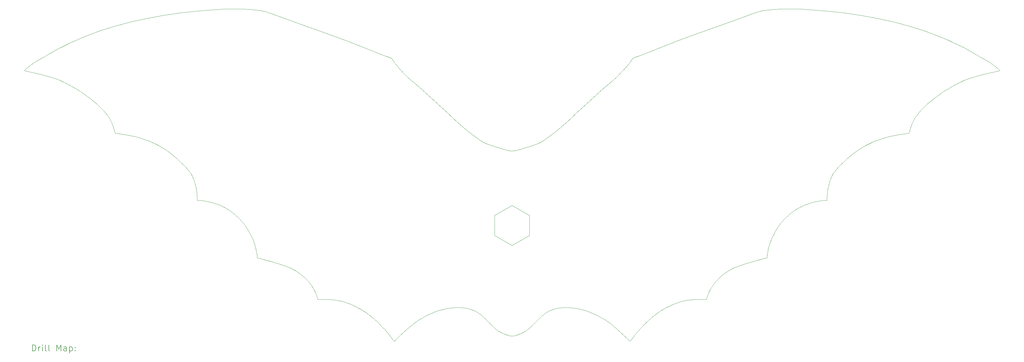
<source format=gbr>
%FSLAX45Y45*%
G04 Gerber Fmt 4.5, Leading zero omitted, Abs format (unit mm)*
G04 Created by KiCad (PCBNEW 6.0.2+dfsg-1) date 2022-06-30 23:45:21*
%MOMM*%
%LPD*%
G01*
G04 APERTURE LIST*
%TA.AperFunction,Profile*%
%ADD10C,0.120385*%
%TD*%
%TA.AperFunction,Profile*%
%ADD11C,0.100000*%
%TD*%
%ADD12C,0.200000*%
G04 APERTURE END LIST*
D10*
X29679431Y-5008906D02*
X29778374Y-4939924D01*
X14004947Y-11852224D02*
X14095672Y-11841522D01*
X12204400Y-12902691D02*
X12217000Y-12919000D01*
X969734Y-3784722D02*
X895475Y-3826865D01*
X26098940Y-8391726D02*
X26099940Y-8369726D01*
X16546814Y-6661161D02*
X16671163Y-6620561D01*
X15658647Y-12643270D02*
X15690642Y-12658544D01*
X26294595Y-7538413D02*
X26294595Y-7538413D01*
X15330777Y-6620835D02*
X15455127Y-6661435D01*
X19829943Y-3876143D02*
X19806112Y-3910944D01*
X13538170Y-11973206D02*
X13632489Y-11940088D01*
X5898985Y-8308683D02*
X5901000Y-8344000D01*
X12974808Y-4709355D02*
X12905560Y-4652402D01*
X11992960Y-3765695D02*
X11978138Y-3760731D01*
X2121751Y-4872889D02*
X2223566Y-4940199D01*
X7511784Y-9311102D02*
X7549032Y-9375528D01*
X4963835Y-6817015D02*
X5060117Y-6889165D01*
X26415341Y-7386717D02*
X26477332Y-7318619D01*
X15044230Y-12110649D02*
X15076542Y-12140417D01*
X21061541Y-11782906D02*
X21125017Y-11753563D01*
X17169085Y-11958297D02*
X17195336Y-11945633D01*
X7908813Y-2281042D02*
X7866302Y-2275670D01*
X12513179Y-4288973D02*
X12438287Y-4208628D01*
X5903000Y-8392000D02*
X5935000Y-8391000D01*
X28798498Y-6014614D02*
X28809100Y-5983931D01*
X26009061Y-2292975D02*
X25368374Y-2243334D01*
X12048070Y-3785799D02*
X12035040Y-3780789D01*
X25250879Y-2237184D02*
X25127027Y-2233249D01*
X22611246Y-2784527D02*
X21879870Y-3048168D01*
X28841969Y-5899394D02*
X28853515Y-5873233D01*
X8142608Y-2335481D02*
X8100581Y-2322463D01*
X27187619Y-2439022D02*
X26614579Y-2358024D01*
X28809100Y-5983931D02*
X28819832Y-5954598D01*
X7756298Y-9848121D02*
X7771697Y-9908691D01*
X19915998Y-12749946D02*
X19915998Y-12749946D01*
X9390695Y-2784801D02*
X8868420Y-2596979D01*
X6899948Y-8690128D02*
X6951266Y-8724242D01*
X17614793Y-5995278D02*
X17488668Y-6102845D01*
X20103947Y-12525958D02*
X20149741Y-12476977D01*
X28787954Y-6046790D02*
X28798498Y-6014614D01*
X23049928Y-10595939D02*
X23086060Y-10577888D01*
X11905240Y-3735084D02*
X11808466Y-3698733D01*
X1423174Y-3525912D02*
X1318852Y-3585111D01*
X10268398Y-11587331D02*
X10332159Y-11594798D01*
X14942173Y-6432099D02*
X14863186Y-6375791D01*
X3269553Y-6228342D02*
X3269553Y-6228342D01*
X12658756Y-4436753D02*
X12588041Y-4366512D01*
X5818394Y-7813771D02*
X5831417Y-7859921D01*
X11335650Y-12012373D02*
X11380110Y-12044886D01*
X28966699Y-5679317D02*
X28984510Y-5654816D01*
X29778374Y-4939924D02*
X29880189Y-4872615D01*
X7476230Y-9254867D02*
X7476230Y-9254867D01*
X12125613Y-3821644D02*
X12138457Y-3831383D01*
X17478856Y-11856432D02*
X17560053Y-11844162D01*
X20823744Y-3445329D02*
X20408192Y-3612995D01*
X17222820Y-11933398D02*
X17251918Y-11921298D01*
X1311313Y-4461765D02*
X1408041Y-4496528D01*
X17251918Y-11921298D02*
X17251918Y-11921298D01*
X11750827Y-12373332D02*
X11750827Y-12373332D01*
X2342128Y-3102341D02*
X2342128Y-3102341D01*
X3755189Y-6307868D02*
X3884247Y-6336098D01*
X3269553Y-6228342D02*
X3269553Y-6228342D01*
X19271695Y-12447684D02*
X19271695Y-12447684D01*
X28933944Y-5727271D02*
X28918858Y-5751016D01*
X29659812Y-3102067D02*
X29659812Y-3102067D01*
X25127027Y-2233249D02*
X24998719Y-2231507D01*
X5891758Y-8190404D02*
X5895040Y-8235202D01*
X28521941Y-6259488D02*
X28732387Y-6228068D01*
X8019686Y-10286193D02*
X8087550Y-10304599D01*
X24179325Y-10206868D02*
X24181970Y-10172416D01*
X24736333Y-2234513D02*
X24606056Y-2239219D01*
X9733791Y-11471127D02*
X9733791Y-11471127D01*
X14513273Y-6103119D02*
X14387147Y-5995552D01*
X24356835Y-2254927D02*
X24233769Y-2265478D01*
X12175512Y-12867129D02*
X12134593Y-12814495D01*
X5831417Y-7859921D02*
X5843494Y-7906916D01*
X26212113Y-7724888D02*
X26227500Y-7683008D01*
X31032206Y-3784448D02*
X31032206Y-3784448D01*
X24179325Y-10237868D02*
X24179325Y-10206868D01*
X12900464Y-12312678D02*
X12936850Y-12287037D01*
X21879870Y-3048168D02*
X21299169Y-3262744D01*
X584502Y-4271573D02*
X775136Y-4315660D01*
X2182338Y-3167746D02*
X2034026Y-3230588D01*
X15489864Y-12535943D02*
X15460860Y-12511898D01*
X20251114Y-12373057D02*
X20251114Y-12373057D01*
X3083082Y-5751290D02*
X3097401Y-5775073D01*
X16000000Y-6800000D02*
X16000000Y-6800000D01*
X26183546Y-7813497D02*
X26197435Y-7768481D01*
X19735968Y-12874246D02*
X19751287Y-12888068D01*
X27435899Y-6575698D02*
X27540655Y-6526373D01*
X19488761Y-4288699D02*
X19413899Y-4366238D01*
X12021472Y-3775751D02*
X12007425Y-3770710D01*
X17729350Y-11833516D02*
X17816975Y-11835096D01*
X20056479Y-3749273D02*
X20023803Y-3760456D01*
X11153159Y-11894693D02*
X11199887Y-11922562D01*
X15769544Y-6758227D02*
X15699031Y-6737154D01*
X5901000Y-8344000D02*
X5902000Y-8370000D01*
X16813577Y-6568136D02*
X16770847Y-6584991D01*
X10515520Y-11628483D02*
X10575123Y-11643739D01*
X16889091Y-6534374D02*
X16852707Y-6551391D01*
X19271695Y-12447684D02*
X19369433Y-12534825D01*
X367500Y-4204000D02*
X363000Y-4213000D01*
X11978138Y-3760731D02*
X11978138Y-3760731D01*
X24677663Y-9056771D02*
X24719785Y-9010111D01*
X19781179Y-3948785D02*
X19781179Y-3948785D01*
X11178197Y-3445604D02*
X10702771Y-3263018D01*
X11005700Y-11815151D02*
X11005700Y-11815151D01*
X12522379Y-12635213D02*
X12632507Y-12535099D01*
X9236414Y-10781980D02*
X9287951Y-10823877D01*
X19908359Y-3804744D02*
X19890416Y-3813488D01*
X31417438Y-4271298D02*
X31417438Y-4271298D01*
X22493810Y-11049288D02*
X22532892Y-11001932D01*
X16766534Y-12295876D02*
X16766534Y-12295876D01*
X3203443Y-6014888D02*
X3213986Y-6047065D01*
X25419875Y-8530117D02*
X25509645Y-8498131D01*
X5804505Y-7768755D02*
X5818394Y-7813771D01*
X18885172Y-4830011D02*
X18692722Y-5001202D01*
X23086060Y-10577888D02*
X23123852Y-10560326D01*
X8432643Y-2438573D02*
X8432643Y-2438573D01*
X27540655Y-6526373D02*
X27648391Y-6481040D01*
X23901359Y-2322188D02*
X23859332Y-2335207D01*
X3224541Y-6080881D02*
X3224541Y-6080881D01*
X7645106Y-2255201D02*
X7645106Y-2255201D01*
X11593748Y-3613269D02*
X11178197Y-3445604D01*
X19766571Y-3969925D02*
X19747338Y-3995419D01*
X26110182Y-8190129D02*
X26114954Y-8144149D01*
X1803107Y-4684030D02*
X1911119Y-4744501D01*
X15323738Y-12384212D02*
X15362200Y-12421619D01*
X939279Y-4355564D02*
X1080787Y-4392443D01*
X5586599Y-7386991D02*
X5639817Y-7448579D01*
X12007425Y-3770710D02*
X11992960Y-3765695D01*
X16639741Y-12421345D02*
X16678202Y-12383938D01*
X22334859Y-11303602D02*
X22361835Y-11250342D01*
X6492296Y-8498405D02*
X6582065Y-8530391D01*
X12175512Y-12867129D02*
X12191728Y-12887383D01*
X24342961Y-9593208D02*
X24378116Y-9518891D01*
X16092647Y-6792779D02*
X16060940Y-6797274D01*
X25335787Y-8564149D02*
X25376957Y-8546926D01*
X4866714Y-6749811D02*
X4963835Y-6817015D01*
X22946358Y-10655162D02*
X23014941Y-10614692D01*
X16990325Y-6477867D02*
X16957045Y-6497995D01*
X20945671Y-11840866D02*
X20996240Y-11814877D01*
X18652190Y-12052397D02*
X18652190Y-12052397D01*
X24902059Y-8837110D02*
X24950616Y-8797678D01*
X7395884Y-2239493D02*
X7265607Y-2234787D01*
X26197435Y-7768481D02*
X26212113Y-7724888D01*
X14095672Y-11841522D02*
X14184965Y-11835370D01*
X30798427Y-4427182D02*
X30921154Y-4392168D01*
X21125017Y-11753563D02*
X21187006Y-11726768D01*
X24260803Y-9796796D02*
X24271196Y-9766666D01*
X31610333Y-4172574D02*
X31597417Y-4160255D01*
X19980468Y-3775477D02*
X19966900Y-3780515D01*
X23978384Y-2301667D02*
X23940670Y-2311095D01*
X7476230Y-9254867D02*
X7511784Y-9311102D01*
X12085942Y-12750220D02*
X12085942Y-12750220D01*
X475895Y-4245924D02*
X498438Y-4251512D01*
X21187006Y-11726768D02*
X21247843Y-11702440D01*
X1896008Y-3291426D02*
X1767098Y-3350818D01*
X10634529Y-11661143D02*
X10694075Y-11680775D01*
X1408041Y-4496528D02*
X1497551Y-4532905D01*
X11803210Y-12426359D02*
X11852200Y-12477251D01*
X14750022Y-11921572D02*
X14779120Y-11933672D01*
X31503502Y-4251238D02*
X31478001Y-4257334D01*
X15799204Y-6766755D02*
X15769544Y-6758227D01*
X7718831Y-9734882D02*
X7730744Y-9766940D01*
X26104193Y-8287554D02*
X26106900Y-8234928D01*
X1141810Y-3687174D02*
X969734Y-3784722D01*
X11940789Y-12573522D02*
X11980784Y-12619344D01*
X5992879Y-2293249D02*
X5387361Y-2358299D01*
X6795193Y-8627790D02*
X6847893Y-8657950D01*
X23859332Y-2335207D02*
X23813470Y-2350412D01*
X27333695Y-6629206D02*
X27435899Y-6575698D01*
X25994940Y-8391726D02*
X25951941Y-8395883D01*
X13913030Y-11867454D02*
X14004947Y-11852224D01*
X5524609Y-7318893D02*
X5586599Y-7386991D01*
X1531866Y-3467502D02*
X1423174Y-3525912D01*
X24260803Y-9796796D02*
X24260803Y-9796796D01*
X16390956Y-6709850D02*
X16390956Y-6709850D01*
X15014116Y-12083958D02*
X15044230Y-12110649D01*
X6088330Y-8400465D02*
X6128845Y-8406345D01*
X29491765Y-5150668D02*
X29583760Y-5079255D01*
X8378843Y-10389222D02*
X8524099Y-10433372D01*
X30504389Y-4532631D02*
X30593900Y-4496254D01*
X22422980Y-11147454D02*
X22457178Y-11097790D01*
X24230244Y-9908417D02*
X24245642Y-9847847D01*
X10694075Y-11680775D02*
X10754098Y-11702715D01*
X30690628Y-4461491D02*
X30798427Y-4427182D01*
X15889673Y-6789602D02*
X15907353Y-6792779D01*
X28830765Y-5926467D02*
X28841969Y-5899394D01*
X1318852Y-3585111D02*
X1318852Y-3585111D01*
X24093127Y-2280768D02*
X24053494Y-2286764D01*
X12730246Y-12447958D02*
X12730246Y-12447958D01*
X14750022Y-11921572D02*
X14750022Y-11921572D01*
X18369452Y-11939813D02*
X18463770Y-11972932D01*
X15975389Y-12749825D02*
X15946016Y-12746989D01*
X26114954Y-8144149D02*
X26121140Y-8097275D01*
X12367482Y-4129970D02*
X12304881Y-4057494D01*
X7003222Y-2231781D02*
X6874913Y-2233523D01*
X19915998Y-12749946D02*
X19948778Y-12707197D01*
X1693833Y-4626447D02*
X1803107Y-4684030D01*
X31503502Y-4251238D02*
X31526045Y-4245650D01*
X23477841Y-10433098D02*
X23623097Y-10388948D01*
X5696311Y-7521351D02*
X5707345Y-7538687D01*
X20532881Y-12114417D02*
X20577429Y-12078667D01*
X14601664Y-11873637D02*
X14677389Y-11895252D01*
X363000Y-4213000D02*
X391000Y-4223000D01*
X31312511Y-3948737D02*
X31255816Y-3914126D01*
X31106465Y-3826591D02*
X31032206Y-3784448D01*
X19634459Y-4129696D02*
X19563654Y-4208353D01*
X404523Y-4160530D02*
X391608Y-4172848D01*
X15323738Y-12384212D02*
X15235406Y-12296150D01*
X3083082Y-5751290D02*
X3067996Y-5727545D01*
X16131674Y-6785227D02*
X16152883Y-6780079D01*
X11105354Y-11867603D02*
X11153159Y-11894693D01*
X30470074Y-3467228D02*
X30355828Y-3409050D01*
X15600000Y-12612000D02*
X15628602Y-12627882D01*
X9991165Y-11574138D02*
X9991165Y-11574138D01*
X25830722Y-8413426D02*
X25873095Y-8406071D01*
X9287951Y-10823877D02*
X9336969Y-10866830D01*
X19587915Y-12735049D02*
X19680331Y-12822178D01*
X10134894Y-11577560D02*
X10202755Y-11581612D01*
X15762514Y-12690268D02*
X15762514Y-12690268D01*
X14908023Y-12002083D02*
X14933155Y-12019406D01*
X8266225Y-10355876D02*
X8378843Y-10389222D01*
X29984472Y-4807281D02*
X30090821Y-4744227D01*
X18786008Y-12118870D02*
X18828636Y-12141705D01*
X12237664Y-12899760D02*
X12217000Y-12919000D01*
X14958960Y-12038631D02*
X14985820Y-12060050D01*
X22611246Y-2784527D02*
X22611246Y-2784527D01*
X23569298Y-2438299D02*
X23569298Y-2438299D01*
X19280734Y-4494927D02*
X19280734Y-4494927D01*
X26362123Y-7448305D02*
X26415341Y-7386717D01*
X18076709Y-5574653D02*
X17904880Y-5734603D01*
X7099881Y-8837384D02*
X7147334Y-8878425D01*
X16343293Y-12642996D02*
X16373338Y-12627608D01*
X15610984Y-6710124D02*
X15610984Y-6710124D01*
X7866302Y-2275670D02*
X7768171Y-2265752D01*
X1767098Y-3350818D02*
X1646113Y-3409324D01*
X31638940Y-4212726D02*
X31634440Y-4203726D01*
X12048070Y-3785799D02*
X12060499Y-3790754D01*
X31312511Y-3948737D02*
X31312511Y-3948737D01*
X19239142Y-12419640D02*
X19271695Y-12447684D01*
X14358310Y-11836805D02*
X14441888Y-11844436D01*
X16957711Y-12110375D02*
X16987824Y-12083684D01*
X17400276Y-11873363D02*
X17478856Y-11856432D01*
X18989812Y-12236789D02*
X19027876Y-12261562D01*
X30578766Y-3525637D02*
X30470074Y-3467228D01*
X11199887Y-11922562D02*
X11245743Y-11951364D01*
X7741138Y-9797071D02*
X7741138Y-9797071D01*
X8432643Y-2438573D02*
X8296174Y-2388695D01*
X5387361Y-2358299D02*
X4814321Y-2439296D01*
X12018176Y-12663920D02*
X12053163Y-12707471D01*
X17254582Y-6289544D02*
X17138754Y-6375516D01*
X19915998Y-12749946D02*
X19915998Y-12749946D01*
X11593748Y-3613269D02*
X11593748Y-3613269D01*
X17195336Y-11945633D02*
X17222820Y-11933398D01*
X16028953Y-12749825D02*
X16056009Y-12746989D01*
X19784940Y-12918726D02*
X19764277Y-12899485D01*
X26614579Y-2358024D02*
X26009061Y-2292975D01*
X25873095Y-8406071D02*
X25913610Y-8400191D01*
X23133521Y-2596704D02*
X22611246Y-2784527D01*
X20008980Y-3765421D02*
X19994515Y-3770436D01*
X16456848Y-12576962D02*
X16429608Y-12594970D01*
X16176517Y-6773894D02*
X16152883Y-6780079D01*
X26339787Y-7475599D02*
X26362123Y-7448305D01*
X9610736Y-11198573D02*
X9640106Y-11250617D01*
X20349152Y-12277419D02*
X20396322Y-12233363D01*
X20149741Y-12476977D02*
X20198730Y-12426084D01*
X3136465Y-5848113D02*
X3148425Y-5873507D01*
X28949867Y-5703420D02*
X28966699Y-5679317D01*
X8296174Y-2388695D02*
X8188470Y-2350686D01*
X13523335Y-5196936D02*
X13309218Y-5001476D01*
X19840600Y-3861089D02*
X19829943Y-3876143D01*
X12974808Y-4709355D02*
X12974808Y-4709355D01*
X31255816Y-3914126D02*
X31184068Y-3871613D01*
X24561035Y-9203623D02*
X24598196Y-9153609D01*
X13349750Y-12052671D02*
X13443845Y-12010741D01*
X15829544Y-12716738D02*
X15860449Y-12727136D01*
X31184068Y-3871613D02*
X31106465Y-3826591D01*
X18950876Y-12212430D02*
X18989812Y-12236789D01*
X19918625Y-3800116D02*
X19941442Y-3790480D01*
X9766994Y-11573455D02*
X9991165Y-11574138D01*
X31417438Y-4271298D02*
X31417438Y-4271298D01*
X20023803Y-3760456D02*
X20023803Y-3760456D01*
X16031103Y-6799439D02*
X16060940Y-6797274D01*
D11*
X15444358Y-8874200D02*
X15444358Y-9515800D01*
D10*
X21799185Y-11581338D02*
X21867047Y-11577286D01*
X24525710Y-9254593D02*
X24525710Y-9254593D01*
X24719785Y-9010111D02*
X24763377Y-8964734D01*
X19027132Y-4709080D02*
X19027132Y-4709080D01*
X7265607Y-2234787D02*
X7134086Y-2232209D01*
X28777400Y-6080607D02*
X28777400Y-6080607D01*
X9578960Y-11147729D02*
X9610736Y-11198573D01*
X9733791Y-11471127D02*
X9766994Y-11573455D01*
X5774440Y-7683283D02*
X5758420Y-7643406D01*
X19781179Y-3948785D02*
X19781179Y-3948785D01*
X7623824Y-9519165D02*
X7658980Y-9593483D01*
X15231094Y-6585265D02*
X15188363Y-6568410D01*
X12588041Y-4366512D02*
X12513179Y-4288973D01*
X31563162Y-4130483D02*
X31519957Y-4095654D01*
X18911049Y-12188472D02*
X18950876Y-12212430D01*
X25050674Y-8723968D02*
X25101992Y-8689854D01*
X5789828Y-7725162D02*
X5804505Y-7768755D01*
X26170524Y-7859647D02*
X26183546Y-7813497D01*
X19806112Y-3910944D02*
X19781179Y-3948785D01*
X13131631Y-12165176D02*
X13173304Y-12141979D01*
X12301880Y-12841192D02*
X12321609Y-12822452D01*
X2510176Y-5150942D02*
X2598093Y-5223115D01*
X15610984Y-6710124D02*
X15455127Y-6661435D01*
X21937465Y-11574821D02*
X22010776Y-11573864D01*
X7134086Y-2232209D02*
X7003222Y-2231781D01*
X12111525Y-3813762D02*
X12125613Y-3821644D01*
X4461285Y-6526647D02*
X4566041Y-6575972D01*
X11005700Y-11815151D02*
X11005700Y-11815151D01*
X3224541Y-6080881D02*
X3269553Y-6228342D01*
X12060499Y-3790754D02*
X12083315Y-3800390D01*
X15762514Y-12690268D02*
X15796991Y-12704448D01*
X17059767Y-6431825D02*
X16990325Y-6477867D01*
X10814935Y-11727042D02*
X10876923Y-11753837D01*
X26106900Y-8234928D02*
X26106900Y-8234928D01*
X24191560Y-10100112D02*
X24202309Y-10039262D01*
X16923586Y-6516703D02*
X16889091Y-6534374D01*
X19101476Y-12312404D02*
X19137053Y-12338499D01*
X30308108Y-4626173D02*
X30418241Y-4571781D01*
X31577634Y-4231329D02*
X31610940Y-4222726D01*
X12161341Y-3861363D02*
X12151973Y-3848518D01*
X19747338Y-3995419D02*
X19697059Y-4057220D01*
X19810212Y-12887109D02*
X19826429Y-12866855D01*
X27730872Y-2536505D02*
X27187619Y-2439022D01*
X21546557Y-11615019D02*
X21607565Y-11603818D01*
X7403744Y-9153883D02*
X7440906Y-9203897D01*
X15918410Y-12742262D02*
X15946016Y-12746989D01*
X6049999Y-8396157D02*
X6007000Y-8392000D01*
X15489864Y-12535943D02*
X15517772Y-12557596D01*
X20096701Y-3734810D02*
X20056479Y-3749273D01*
X9691679Y-11358369D02*
X9713911Y-11414113D01*
X12171998Y-3876417D02*
X12161341Y-3861363D01*
X12730246Y-12447958D02*
X12762798Y-12419914D01*
D11*
X15444358Y-9515800D02*
X16000000Y-9836600D01*
D10*
X11424512Y-12078941D02*
X11469060Y-12114691D01*
X26100940Y-8343726D02*
X26102955Y-8308409D01*
X24867854Y-2231935D02*
X24736333Y-2234513D01*
X7658980Y-9593483D02*
X7691047Y-9666204D01*
X24215502Y-9973793D02*
X24230244Y-9908417D01*
X31545800Y-4240510D02*
X31554686Y-4238089D01*
X29168586Y-5440879D02*
X29241855Y-5368250D01*
X7586777Y-9445698D02*
X7623824Y-9519165D01*
X3159971Y-5899668D02*
X3171176Y-5926741D01*
X16484168Y-12557321D02*
X16512077Y-12535669D01*
X20408192Y-3612995D02*
X20408192Y-3612995D01*
X7986322Y-2293918D02*
X7948447Y-2287038D01*
X552570Y-4264275D02*
X584502Y-4271573D01*
X24415164Y-9445424D02*
X24452909Y-9375254D01*
X20621831Y-12044612D02*
X20666290Y-12012099D01*
X15939060Y-6797274D02*
X15968897Y-6799439D01*
X24452909Y-9375254D02*
X24490156Y-9310828D01*
X28247027Y-2651012D02*
X27730872Y-2536505D01*
X24606056Y-2239219D02*
X24478923Y-2246031D01*
X18088911Y-11867180D02*
X18181785Y-11886915D01*
X12220762Y-3949060D02*
X12220762Y-3949060D01*
X26941823Y-6888891D02*
X27038105Y-6816741D01*
X26277146Y-7570544D02*
X26294595Y-7538413D01*
X1646113Y-3409324D02*
X1531866Y-3467502D01*
X6624983Y-8547200D02*
X6666153Y-8564423D01*
X21867047Y-11577286D02*
X21937465Y-11574821D01*
X14632032Y-6200068D02*
X14513273Y-6103119D01*
X17816975Y-11835096D02*
X17906269Y-11841248D01*
X16852707Y-6551391D02*
X16813577Y-6568136D01*
X15517772Y-12557596D02*
X15545092Y-12577236D01*
X9544763Y-11098064D02*
X9578960Y-11147729D01*
X5724795Y-7570818D02*
X5741845Y-7605821D01*
X29880189Y-4872615D02*
X29984472Y-4807281D01*
X6705248Y-8581965D02*
X6741939Y-8599730D01*
X13259535Y-12096656D02*
X13349750Y-12052671D01*
X14806604Y-11945907D02*
X14832855Y-11958571D01*
X11290929Y-11981250D02*
X11335650Y-12012373D01*
X8378843Y-10389222D02*
X8378843Y-10389222D01*
X3017430Y-5655090D02*
X3017430Y-5655090D01*
X3035241Y-5679591D02*
X3052073Y-5703694D01*
X531393Y-4058190D02*
X481983Y-4095928D01*
X9640106Y-11250617D02*
X9667082Y-11303876D01*
X2322510Y-5009180D02*
X2418181Y-5079529D01*
X26544947Y-7247394D02*
X26615038Y-7176426D01*
X5895040Y-8235202D02*
X5897748Y-8287828D01*
X15762514Y-12690268D02*
X15762514Y-12690268D01*
X12936850Y-12287037D02*
X12974064Y-12261837D01*
X6582065Y-8530391D02*
X6624983Y-8547200D01*
X26294595Y-7538413D02*
X26294595Y-7538413D01*
X2900937Y-5513327D02*
X2962429Y-5584740D01*
X24179325Y-10237868D02*
X24037008Y-10272017D01*
X2793134Y-2933529D02*
X2342128Y-3102341D01*
X1583700Y-4572055D02*
X1693833Y-4626447D01*
X5707345Y-7538687D02*
X5707345Y-7538687D01*
X19948778Y-12707197D02*
X19983764Y-12663645D01*
X31626940Y-4191726D02*
X31619982Y-4182822D01*
X12304881Y-4057494D02*
X12254602Y-3995693D01*
X31470548Y-4057916D02*
X31417675Y-4019418D01*
X19941442Y-3790480D02*
X19953871Y-3785525D01*
X12438287Y-4208628D02*
X12367482Y-4129970D01*
X30683088Y-3584837D02*
X30578766Y-3525637D01*
X20021156Y-12619070D02*
X20061151Y-12573248D01*
X24356835Y-2254927D02*
X24356835Y-2254927D01*
X19413899Y-4366238D02*
X19343184Y-4436479D01*
X10202755Y-11581612D02*
X10268398Y-11587331D01*
X12721206Y-4495201D02*
X12658756Y-4436753D01*
X2017468Y-4807555D02*
X2121751Y-4872889D01*
X7147334Y-8878425D02*
X7193592Y-8920994D01*
X9390695Y-2784801D02*
X9390695Y-2784801D01*
X31619982Y-4182822D02*
X31610333Y-4172574D01*
X969734Y-3784722D02*
X969734Y-3784722D01*
X21299169Y-3262744D02*
X20823744Y-3445329D01*
X16890506Y-12173283D02*
X16925398Y-12140143D01*
X11245743Y-11951364D02*
X11290929Y-11981250D01*
X22010776Y-11573864D02*
X22010776Y-11573864D01*
X23735715Y-10355602D02*
X23832511Y-10327474D01*
X4242406Y-6439784D02*
X4353550Y-6481315D01*
X15545092Y-12577236D02*
X15572332Y-12595245D01*
X15149233Y-6551665D02*
X15112849Y-6534649D01*
X13173304Y-12141979D02*
X13215932Y-12119144D01*
X28984510Y-5654816D02*
X28984510Y-5654816D01*
X5774440Y-7683283D02*
X5789828Y-7725162D01*
X24191560Y-10100112D02*
X24184146Y-10151630D01*
X19849968Y-3848243D02*
X19840600Y-3861089D01*
X16083615Y-12742262D02*
X16056009Y-12746989D01*
X12905560Y-4652402D02*
X12834663Y-4593041D01*
X19171842Y-12365061D02*
X19205865Y-12392104D01*
X31417438Y-4271298D02*
X31449370Y-4264001D01*
X24271196Y-9766666D02*
X24283109Y-9734608D01*
X12235370Y-3970199D02*
X12220762Y-3949060D01*
X11897994Y-12526232D02*
X11940789Y-12573522D01*
X26147390Y-7954192D02*
X26158446Y-7906642D01*
X20996240Y-11814877D02*
X21061541Y-11782906D01*
X22664971Y-10866556D02*
X22713989Y-10823603D01*
X16390956Y-6709850D02*
X16302909Y-6736880D01*
X25101992Y-8689854D02*
X25154047Y-8657676D01*
X11852200Y-12477251D02*
X11897994Y-12526232D01*
X16456848Y-12576962D02*
X16484168Y-12557321D01*
X3052073Y-5703694D02*
X3067996Y-5727545D01*
X10064476Y-11575095D02*
X10134894Y-11577560D01*
X15690642Y-12658544D02*
X15762514Y-12690268D01*
X2034026Y-3230588D02*
X1896008Y-3291426D01*
X4768328Y-6687363D02*
X4866714Y-6749811D01*
X31634440Y-4203726D02*
X31626940Y-4191726D01*
X20996240Y-11814877D02*
X20996240Y-11814877D01*
X14832855Y-11958571D02*
X14858255Y-11971959D01*
X2342128Y-3102341D02*
X2182338Y-3167746D01*
X14985820Y-12060050D02*
X15014116Y-12083958D01*
X31364082Y-3982309D02*
X31312511Y-3948737D01*
X16172481Y-12716738D02*
X16141576Y-12727136D01*
X19271695Y-12447684D02*
X19271695Y-12447684D01*
X16028953Y-12749825D02*
X15999854Y-12750770D01*
X8023556Y-2301941D02*
X7986322Y-2293918D01*
X7476230Y-9254867D02*
X7476230Y-9254867D01*
D11*
X15999983Y-8553429D02*
X16555625Y-8874229D01*
D10*
X19966900Y-3780515D02*
X19953871Y-3785525D01*
X13730299Y-5390676D02*
X13523335Y-5196936D01*
X21669781Y-11594524D02*
X21733542Y-11587057D01*
X15600000Y-12612000D02*
X15572332Y-12595245D01*
X6171218Y-8413700D02*
X6215120Y-8422435D01*
X11469060Y-12114691D02*
X11513958Y-12152289D01*
X12085942Y-12750220D02*
X12134593Y-12814495D01*
X26137436Y-8002007D02*
X26147390Y-7954192D01*
X25154047Y-8657676D02*
X25206748Y-8627516D01*
X22713989Y-10823603D02*
X22765526Y-10781706D01*
X24378116Y-9518891D02*
X24415164Y-9445424D01*
X7741138Y-9797071D02*
X7741138Y-9797071D01*
X30921154Y-4392168D02*
X31062661Y-4355290D01*
X15918410Y-12742262D02*
X15889979Y-12735645D01*
X31554686Y-4238089D02*
X31577634Y-4231329D01*
X22268149Y-11470853D02*
X22268149Y-11470853D01*
X21733542Y-11587057D02*
X21799185Y-11581338D01*
X26320825Y-7499998D02*
X26339787Y-7475599D01*
X817872Y-3871888D02*
X746124Y-3914400D01*
X2760085Y-5368524D02*
X2833354Y-5441153D01*
X17996993Y-11851950D02*
X18088911Y-11867180D01*
X27759534Y-6439510D02*
X27874513Y-6401591D01*
X26034940Y-8390726D02*
X25994940Y-8391726D01*
X28933944Y-5727271D02*
X28949867Y-5703420D01*
X28738775Y-2783083D02*
X28247027Y-2651012D01*
X689429Y-3949011D02*
X637859Y-3982583D01*
X18275378Y-11911134D02*
X18369452Y-11939813D01*
X18870309Y-12164902D02*
X18911049Y-12188472D01*
X26845951Y-6966179D02*
X26941823Y-6888891D01*
X12220762Y-3949060D02*
X12195828Y-3911218D01*
X24637103Y-9104631D02*
X24677663Y-9056771D01*
X24808348Y-8920720D02*
X24854606Y-8878151D01*
X3124022Y-5823339D02*
X3136465Y-5848113D01*
X27038105Y-6816741D02*
X27135226Y-6749537D01*
D11*
X16555608Y-8874200D02*
X16555608Y-9515800D01*
D10*
X24525710Y-9254593D02*
X24561035Y-9203623D01*
X18463770Y-11972932D02*
X18558096Y-12010467D01*
X28521941Y-6259488D02*
X28521941Y-6259488D01*
X22268149Y-11470853D02*
X22288030Y-11413839D01*
X22310262Y-11358095D02*
X22334859Y-11303602D01*
X969734Y-3784722D02*
X969734Y-3784722D01*
X8378843Y-10389222D02*
X8378843Y-10389222D01*
X7799631Y-10039536D02*
X7810381Y-10100386D01*
X20487983Y-12152015D02*
X20532881Y-12114417D01*
X10332159Y-11594798D02*
X10394375Y-11604092D01*
X23623097Y-10388948D02*
X23623097Y-10388948D01*
X5060117Y-6889165D02*
X5155990Y-6966453D01*
X19918625Y-3800116D02*
X19908359Y-3804744D01*
X2681530Y-5295743D02*
X2760085Y-5368524D01*
X20408192Y-3612995D02*
X20301510Y-3656241D01*
X12834663Y-4593041D02*
X12770437Y-4538298D01*
X13925231Y-5574928D02*
X13730299Y-5390676D01*
X5251880Y-7049069D02*
X5251880Y-7049069D01*
X31597417Y-4160255D02*
X31563162Y-4130483D01*
X14750022Y-11921572D02*
X14750022Y-11921572D01*
X15870498Y-6785399D02*
X15849290Y-6780251D01*
X19280734Y-4494927D02*
X19231503Y-4538024D01*
X5843494Y-7906916D02*
X5854550Y-7954466D01*
X30683088Y-3584837D02*
X30683088Y-3584837D01*
X26106900Y-8234928D02*
X26110182Y-8190129D01*
X5886986Y-8144423D02*
X5891758Y-8190404D01*
X6049999Y-8396157D02*
X6049999Y-8396157D01*
X523939Y-4257608D02*
X498438Y-4251512D01*
X15460860Y-12511898D02*
X15430253Y-12485083D01*
X14863186Y-6375791D02*
X14863186Y-6375791D01*
X23355607Y-10472356D02*
X23477841Y-10433098D01*
X13012129Y-12237063D02*
X13051064Y-12212705D01*
X19797541Y-12902417D02*
X19810212Y-12887109D01*
X16604405Y-12454842D02*
X16639741Y-12421345D01*
X26158446Y-7906642D02*
X26170524Y-7859647D01*
X9713911Y-11414113D02*
X9733791Y-11471127D01*
X5155990Y-6966453D02*
X5251880Y-7049069D01*
X23123852Y-10560326D02*
X23163813Y-10543039D01*
X23569298Y-2438299D02*
X23569298Y-2438299D01*
X20756198Y-11951090D02*
X20802053Y-11922288D01*
X16987824Y-12083684D02*
X17016121Y-12059776D01*
X5864505Y-8002281D02*
X5873281Y-8050072D01*
X4271069Y-2536779D02*
X3754914Y-2651287D01*
X12111525Y-3813762D02*
X12093581Y-3805018D01*
X15984095Y-6799875D02*
X15968897Y-6799439D01*
X31519957Y-4095654D02*
X31470548Y-4057916D01*
X9991165Y-11574138D02*
X10064476Y-11575095D01*
X12974808Y-4709355D02*
X12974808Y-4709355D01*
X24184146Y-10151630D02*
X24181970Y-10172416D01*
X24854606Y-8878151D02*
X24902059Y-8837110D01*
X26615038Y-7176426D02*
X26684459Y-7109098D01*
X5897748Y-8287828D02*
X5898985Y-8308683D01*
X16766534Y-12295876D02*
X16766534Y-12295876D01*
X10394375Y-11604092D02*
X10455383Y-11615294D01*
X11700430Y-3656515D02*
X11593748Y-3613269D01*
X5741845Y-7605821D02*
X5758420Y-7643406D01*
X13730299Y-5390676D02*
X13730299Y-5390676D01*
X20408192Y-3612995D02*
X20408192Y-3612995D01*
X28877918Y-5823065D02*
X28890916Y-5798767D01*
X25206748Y-8627516D02*
X25260002Y-8599455D01*
X17138754Y-6375516D02*
X17138754Y-6375516D01*
X31610940Y-4222726D02*
X31638940Y-4212726D01*
X7786439Y-9974067D02*
X7799631Y-10039536D01*
X22618458Y-10910583D02*
X22664971Y-10866556D01*
D11*
X15444375Y-8874229D02*
X16000017Y-8553429D01*
D10*
X17324551Y-11894978D02*
X17400276Y-11873363D01*
X12053163Y-12707471D02*
X12085942Y-12750220D01*
X7001755Y-8760211D02*
X7051324Y-8797952D01*
X11056269Y-11841140D02*
X11105354Y-11867603D01*
X15870498Y-6785399D02*
X15889673Y-6789602D01*
X25296693Y-8581691D02*
X25335787Y-8564149D01*
X6633566Y-2243608D02*
X5992879Y-2293249D01*
X12730246Y-12447958D02*
X12730246Y-12447958D01*
X4814321Y-2439296D02*
X4271069Y-2536779D01*
X28732387Y-6228068D02*
X28732387Y-6228068D01*
X6049999Y-8396157D02*
X6049999Y-8396157D01*
X13090891Y-12188746D02*
X13131631Y-12165176D01*
X689429Y-3949011D02*
X689429Y-3949011D01*
X17143686Y-11971685D02*
X17169085Y-11958297D01*
X3171176Y-5926741D02*
X3182108Y-5954872D01*
X17138754Y-6375516D02*
X17138754Y-6375516D01*
X584266Y-4019692D02*
X531393Y-4058190D01*
X2598093Y-5223115D02*
X2681530Y-5295743D01*
X14249721Y-5873945D02*
X14097061Y-5734877D01*
X15149289Y-12210364D02*
X15235406Y-12296150D01*
X20896586Y-11867329D02*
X20945671Y-11840866D01*
X14097061Y-5734877D02*
X13925231Y-5574928D01*
X7730744Y-9766940D02*
X7741138Y-9797071D01*
X3192841Y-5984206D02*
X3203443Y-6014888D01*
X12237664Y-12899760D02*
X12250654Y-12888342D01*
X31032206Y-3784448D02*
X30860130Y-3686900D01*
X30234842Y-3350544D02*
X30105933Y-3291152D01*
X30418241Y-4571781D02*
X30504389Y-4532631D01*
X27648391Y-6481040D02*
X27759534Y-6439510D01*
X7691047Y-9666204D02*
X7718831Y-9734882D01*
X14523085Y-11856706D02*
X14601664Y-11873637D01*
X12220762Y-3949060D02*
X12220762Y-3949060D01*
X3182108Y-5954872D02*
X3192841Y-5984206D01*
X5386902Y-7176700D02*
X5456994Y-7247668D01*
X6666153Y-8564423D02*
X6705248Y-8581965D01*
X16541080Y-12511624D02*
X16512077Y-12535669D01*
X16957045Y-6497995D02*
X16923586Y-6516703D01*
X8061270Y-2311369D02*
X8023556Y-2301941D01*
X24490156Y-9310828D02*
X24525710Y-9254593D01*
X23914390Y-10304325D02*
X23982254Y-10285919D01*
X7051324Y-8797952D02*
X7099881Y-8837384D01*
X584502Y-4271573D02*
X584502Y-4271573D01*
X689429Y-3949011D02*
X689429Y-3949011D01*
X20996240Y-11814877D02*
X20996240Y-11814877D01*
X16766534Y-12295876D02*
X16678202Y-12383938D01*
X23569298Y-2438299D02*
X23133521Y-2596704D01*
X17093918Y-12001808D02*
X17118757Y-11986091D01*
X3148425Y-5873507D02*
X3159971Y-5899668D01*
X12321609Y-12822452D02*
X12321609Y-12822452D01*
X11380110Y-12044886D02*
X11424512Y-12078941D01*
X11808466Y-3698733D02*
X11700430Y-3656515D01*
X19867347Y-12814221D02*
X19826429Y-12866855D01*
X584502Y-4271573D02*
X584502Y-4271573D01*
X31417675Y-4019418D02*
X31364082Y-3982309D01*
X23832511Y-10327474D02*
X23914390Y-10304325D01*
X26106900Y-8234928D02*
X26106900Y-8234928D01*
X15923636Y-6795363D02*
X15907353Y-6792779D01*
X30860130Y-3686900D02*
X30683088Y-3584837D01*
X12195828Y-3911218D02*
X12171998Y-3876417D01*
X5895040Y-8235202D02*
X5895040Y-8235202D01*
X20396322Y-12233363D02*
X20442531Y-12191613D01*
X13349750Y-12052671D02*
X13349750Y-12052671D01*
X20848781Y-11894419D02*
X20896586Y-11867329D01*
X16112046Y-12735645D02*
X16083615Y-12742262D01*
X424306Y-4231603D02*
X447254Y-4238363D01*
X23163813Y-10543039D02*
X23252296Y-10508432D01*
X19718749Y-12858401D02*
X19735968Y-12874246D01*
X24283109Y-9734608D02*
X24310893Y-9665930D01*
X4008183Y-6367367D02*
X4127427Y-6401866D01*
X26099940Y-8369726D02*
X26100940Y-8343726D01*
X7819970Y-10172690D02*
X7822615Y-10207142D01*
X19983764Y-12663645D02*
X20021156Y-12619070D01*
X22268149Y-11470853D02*
X22268149Y-11470853D01*
X16202968Y-6766583D02*
X16176517Y-6773894D01*
X13730299Y-5390676D02*
X13730299Y-5390676D01*
X25509645Y-8498131D02*
X25602473Y-8468962D01*
X26102955Y-8308409D02*
X26104193Y-8287554D01*
X19857708Y-3838089D02*
X19849968Y-3848243D01*
X12721206Y-4495201D02*
X12721206Y-4495201D01*
X15076542Y-12140417D02*
X15111435Y-12173558D01*
X24310893Y-9665930D02*
X24342961Y-9593208D01*
X28117693Y-6335824D02*
X28246751Y-6307594D01*
X10575123Y-11643739D02*
X10634529Y-11661143D01*
X637859Y-3982583D02*
X584266Y-4019692D01*
X11978138Y-3760731D02*
X11945462Y-3749548D01*
X28853515Y-5873233D02*
X28865475Y-5847839D01*
X15044895Y-6498269D02*
X15011615Y-6478142D01*
X27874513Y-6401591D02*
X27993757Y-6367093D01*
X15112849Y-6534649D02*
X15078355Y-6516977D01*
X30355828Y-3409050D02*
X30234842Y-3350544D01*
X13116769Y-4830286D02*
X13037676Y-4761913D01*
X8878089Y-10560600D02*
X8915880Y-10578162D01*
X15235406Y-12296150D02*
X15235406Y-12296150D01*
X523939Y-4257608D02*
X552570Y-4264275D01*
X29583760Y-5079255D02*
X29679431Y-5008906D01*
X9469049Y-11002206D02*
X9508130Y-11049563D01*
X7645106Y-2255201D02*
X7645106Y-2255201D01*
X12250654Y-12888342D02*
X12265973Y-12874520D01*
X26477332Y-7318619D02*
X26544947Y-7247394D01*
X29967914Y-3230314D02*
X29819602Y-3167472D01*
X5251880Y-7049069D02*
X5251880Y-7049069D01*
X12191728Y-12887383D02*
X12204400Y-12902691D01*
X16311298Y-12658270D02*
X16343293Y-12642996D01*
X9508130Y-11049563D02*
X9544763Y-11098064D01*
X9733791Y-11471127D02*
X9733791Y-11471127D01*
X23982254Y-10285919D02*
X24037008Y-10272017D01*
X4566041Y-6575972D02*
X4668246Y-6629480D01*
X9427504Y-10955977D02*
X9469049Y-11002206D01*
X29208806Y-2933255D02*
X28738775Y-2783083D01*
X22391204Y-11198299D02*
X22422980Y-11147454D01*
X11750827Y-12373332D02*
X11750827Y-12373332D01*
X391000Y-4223000D02*
X424306Y-4231603D01*
X7324278Y-9057045D02*
X7364838Y-9104905D01*
X22010776Y-11573864D02*
X22010776Y-11573864D01*
X12093581Y-3805018D02*
X12083315Y-3800390D01*
X11803210Y-12426359D02*
X11750827Y-12373332D01*
X17369909Y-6199793D02*
X17254582Y-6289544D01*
X11945462Y-3749548D02*
X11905240Y-3735084D01*
X381958Y-4183096D02*
X375000Y-4192000D01*
X28777400Y-6080607D02*
X28787954Y-6046790D01*
X21486421Y-11628208D02*
X21546557Y-11615019D01*
X10122071Y-3048442D02*
X9390695Y-2784801D01*
X12632507Y-12535099D02*
X12730246Y-12447958D01*
X21426818Y-11643465D02*
X21486421Y-11628208D01*
X15235406Y-12296150D02*
X15235406Y-12296150D01*
X12265973Y-12874520D02*
X12283191Y-12858676D01*
X18558096Y-12010467D02*
X18652190Y-12052397D01*
X14863186Y-6375791D02*
X14747358Y-6289818D01*
X7768171Y-2265752D02*
X7645106Y-2255201D01*
X9383482Y-10910858D02*
X9427504Y-10955977D01*
X15362200Y-12421619D02*
X15397536Y-12455116D01*
X29659812Y-3102067D02*
X29659812Y-3102067D01*
X5456994Y-7247668D02*
X5524609Y-7318893D01*
X481983Y-4095928D02*
X438779Y-4130757D01*
X28890916Y-5798767D02*
X28904539Y-5774799D01*
X20442531Y-12191613D02*
X20487983Y-12152015D01*
X4127427Y-6401866D02*
X4242406Y-6439784D01*
X11005700Y-11815151D02*
X11056269Y-11841140D01*
X10754098Y-11702715D02*
X10814935Y-11727042D01*
X8749644Y-10508706D02*
X8838127Y-10543313D01*
X16766534Y-12295876D02*
X16852652Y-12210090D01*
X25260002Y-8599455D02*
X25296693Y-8581691D01*
X375000Y-4192000D02*
X367500Y-4204000D01*
X14441888Y-11844436D02*
X14523085Y-11856706D01*
X20301510Y-3656241D02*
X20193475Y-3698458D01*
X12762798Y-12419914D02*
X12796075Y-12392378D01*
X5873281Y-8050072D02*
X5880801Y-8097549D01*
X12414026Y-12735324D02*
X12522379Y-12635213D01*
X28819832Y-5954598D02*
X28830765Y-5926467D01*
X15628602Y-12627882D02*
X15658647Y-12643270D01*
X14779120Y-11933672D02*
X14806604Y-11945907D01*
X16890506Y-12173283D02*
X16852652Y-12210090D01*
X9390695Y-2784801D02*
X9390695Y-2784801D01*
X17042981Y-12038356D02*
X17068786Y-12019132D01*
X19479561Y-12634939D02*
X19587915Y-12735049D01*
X15330777Y-6620835D02*
X15231094Y-6585265D01*
X11593748Y-3613269D02*
X11593748Y-3613269D01*
X24202309Y-10039262D02*
X24215502Y-9973793D01*
X28865475Y-5847839D02*
X28877918Y-5823065D01*
X18652190Y-12052397D02*
X18742405Y-12096382D01*
X19563654Y-4208353D02*
X19488761Y-4288699D01*
X25786820Y-8422161D02*
X25830722Y-8413426D01*
X29659812Y-3102067D02*
X29208806Y-2933255D01*
X5707345Y-7538687D02*
X5707345Y-7538687D01*
X27135226Y-6749537D02*
X27233613Y-6687089D01*
X28732387Y-6228068D02*
X28777400Y-6080607D01*
X24950616Y-8797678D02*
X25000185Y-8759936D01*
X29819602Y-3167472D02*
X29659812Y-3102067D01*
X25913610Y-8400191D02*
X25951941Y-8395883D01*
X18742405Y-12096382D02*
X18786008Y-12118870D01*
X26066940Y-8390726D02*
X26034940Y-8390726D01*
X7193592Y-8920994D02*
X7238563Y-8965008D01*
X16571687Y-12484808D02*
X16604405Y-12454842D01*
X6951266Y-8724242D02*
X7001755Y-8760211D01*
X10876923Y-11753837D02*
X10940399Y-11783180D01*
X24478923Y-2246031D02*
X24356835Y-2254927D01*
X3111024Y-5799041D02*
X3124022Y-5823339D01*
D11*
X16000000Y-9836600D02*
X16555642Y-9515800D01*
D10*
X12151973Y-3848518D02*
X12144232Y-3838363D01*
X8952013Y-10596213D02*
X8986999Y-10614966D01*
X20061151Y-12573248D02*
X20103947Y-12525958D01*
X22234946Y-11573181D02*
X22268149Y-11470853D01*
X15149289Y-12210364D02*
X15111435Y-12173558D01*
X19680331Y-12822178D02*
X19700060Y-12840918D01*
X17906269Y-11841248D02*
X17996993Y-11851950D01*
X13820156Y-11887189D02*
X13913030Y-11867454D01*
X12830098Y-12365335D02*
X12864888Y-12338773D01*
X16239427Y-12689994D02*
X16239427Y-12689994D01*
X5639817Y-7448579D02*
X5662153Y-7475874D01*
X19167278Y-4592766D02*
X19096380Y-4652127D01*
X17752219Y-5873671D02*
X17614793Y-5995278D01*
X26066940Y-8390726D02*
X26098940Y-8391726D01*
X24053494Y-2286764D02*
X24015619Y-2293644D01*
X20666290Y-12012099D02*
X20711011Y-11980975D01*
X23940670Y-2311095D02*
X23901359Y-2322188D01*
X5317482Y-7109372D02*
X5386902Y-7176700D01*
X6847893Y-8657950D02*
X6899948Y-8690128D01*
X9182344Y-10741122D02*
X9236414Y-10781980D01*
X30198834Y-4683756D02*
X30308108Y-4626173D01*
X21367412Y-11660869D02*
X21426818Y-11643465D01*
X11559409Y-12191887D02*
X11605618Y-12233638D01*
X447254Y-4238363D02*
X456140Y-4240784D01*
X456140Y-4240784D02*
X475895Y-4245924D01*
X19700060Y-12840918D02*
X19718749Y-12858401D01*
X18692722Y-5001202D02*
X18478605Y-5196662D01*
X20193475Y-3698458D02*
X20096701Y-3734810D01*
X18652190Y-12052397D02*
X18652190Y-12052397D01*
X8432643Y-2438573D02*
X8432643Y-2438573D01*
X19096380Y-4652127D02*
X19027132Y-4709080D01*
X7948447Y-2287038D02*
X7908813Y-2281042D01*
X22876214Y-10701010D02*
X22946358Y-10655162D01*
X20251114Y-12373057D02*
X20349152Y-12277419D01*
X29101003Y-5513053D02*
X29168586Y-5440879D01*
X3754914Y-2651287D02*
X3263165Y-2783357D01*
X28777400Y-6080607D02*
X28777400Y-6080607D01*
X24245642Y-9847847D02*
X24260803Y-9796796D01*
X10702771Y-3263018D02*
X10122071Y-3048442D01*
X2418181Y-5079529D02*
X2510176Y-5150942D01*
X6306201Y-8443656D02*
X6399467Y-8469236D01*
X13051064Y-12212705D02*
X13090891Y-12188746D01*
X3620583Y-6282486D02*
X3755189Y-6307868D01*
X21247843Y-11702440D02*
X21307866Y-11680501D01*
X14858255Y-11971959D02*
X14883183Y-11986365D01*
X12796075Y-12392378D02*
X12830098Y-12365335D01*
X30090821Y-4744227D02*
X30198834Y-4683756D01*
X26294595Y-7538413D02*
X26305630Y-7521077D01*
X12035040Y-3780789D02*
X12021472Y-3775751D01*
X13349750Y-12052671D02*
X13349750Y-12052671D01*
X16302909Y-6736880D02*
X16232396Y-6757952D01*
X23623097Y-10388948D02*
X23623097Y-10388948D01*
X9336969Y-10866830D02*
X9383482Y-10910858D01*
X11978138Y-3760731D02*
X11978138Y-3760731D01*
X8646334Y-10472630D02*
X8749644Y-10508706D01*
X6741939Y-8599730D02*
X6795193Y-8627790D01*
X18271642Y-5390402D02*
X18076709Y-5574653D01*
X19680331Y-12822178D02*
X19680331Y-12822178D01*
X7964933Y-10272291D02*
X8019686Y-10286193D01*
X28732387Y-6228068D02*
X28732387Y-6228068D01*
X5967000Y-8391000D02*
X5935000Y-8391000D01*
X20577429Y-12078667D02*
X20621831Y-12044612D01*
X21607565Y-11603818D02*
X21669781Y-11594524D01*
X2342128Y-3102341D02*
X2342128Y-3102341D01*
X22765526Y-10781706D02*
X22819597Y-10740847D01*
X25602473Y-8468962D02*
X25695739Y-8443382D01*
X30683088Y-3584837D02*
X30683088Y-3584837D01*
X31226805Y-4315386D02*
X31417438Y-4271298D01*
X14863186Y-6375791D02*
X14863186Y-6375791D01*
X28984510Y-5654816D02*
X29039511Y-5584466D01*
X7238563Y-8965008D02*
X7282156Y-9010385D01*
X17251918Y-11921298D02*
X17324551Y-11894978D01*
X10455383Y-11615294D02*
X10515520Y-11628483D01*
X3884247Y-6336098D02*
X4008183Y-6367367D01*
X12254602Y-3995693D02*
X12235370Y-3970199D01*
X3017430Y-5655090D02*
X3035241Y-5679591D01*
X13215932Y-12119144D02*
X13259535Y-12096656D01*
X1318852Y-3585111D02*
X1318852Y-3585111D01*
X12321609Y-12822452D02*
X12414026Y-12735324D01*
X30593900Y-4496254D02*
X30690628Y-4461491D01*
X16390956Y-6709850D02*
X16390956Y-6709850D01*
X17251918Y-11921298D02*
X17251918Y-11921298D01*
X3479999Y-6259762D02*
X3479999Y-6259762D01*
X29320410Y-5295469D02*
X29403847Y-5222840D01*
X10940399Y-11783180D02*
X11005700Y-11815151D01*
X12144232Y-3838363D02*
X12138457Y-3831383D01*
X12283191Y-12858676D02*
X12301880Y-12841192D01*
X5895040Y-8235202D02*
X5895040Y-8235202D01*
X7645106Y-2255201D02*
X7523017Y-2246305D01*
X16373338Y-12627608D02*
X16401940Y-12611726D01*
X12974064Y-12261837D02*
X13012129Y-12237063D01*
X14933155Y-12019406D02*
X14958960Y-12038631D01*
X28381357Y-6282212D02*
X28521941Y-6259488D01*
X7440906Y-9203897D02*
X7476230Y-9254867D01*
X6399467Y-8469236D02*
X6492296Y-8498405D01*
X20023803Y-3760456D02*
X20023803Y-3760456D01*
X3213986Y-6047065D02*
X3224541Y-6080881D01*
X16112046Y-12735645D02*
X16141576Y-12727136D01*
X1497551Y-4532905D02*
X1583700Y-4572055D01*
X18271642Y-5390402D02*
X18271642Y-5390402D01*
X16031103Y-6799439D02*
X16000000Y-6800000D01*
X15397536Y-12455116D02*
X15430253Y-12485083D01*
X19027132Y-4709080D02*
X18964264Y-4761639D01*
X11513958Y-12152289D02*
X11559409Y-12191887D01*
X17643630Y-11836530D02*
X17729350Y-11833516D01*
X7822615Y-10207142D02*
X7822615Y-10238142D01*
X11652788Y-12277694D02*
X11750827Y-12373332D01*
X12864888Y-12338773D02*
X12900464Y-12312678D01*
X8188470Y-2350686D02*
X8142608Y-2335481D01*
X29403847Y-5222840D02*
X29491765Y-5150668D01*
X20251114Y-12373057D02*
X20251114Y-12373057D01*
X895475Y-3826865D02*
X817872Y-3871888D01*
X1080787Y-4392443D02*
X1203513Y-4427457D01*
X12721206Y-4495201D02*
X12721206Y-4495201D01*
X24135639Y-2275395D02*
X24093127Y-2280768D01*
X14387147Y-5995552D02*
X14249721Y-5873945D01*
X12085942Y-12750220D02*
X12085942Y-12750220D01*
X13309218Y-5001476D02*
X13116769Y-4830286D01*
X5880801Y-8097549D02*
X5886986Y-8144423D01*
X26684459Y-7109098D02*
X26750060Y-7048795D01*
X28984510Y-5654816D02*
X28984510Y-5654816D01*
X27993757Y-6367093D02*
X28117693Y-6335824D01*
X23252296Y-10508432D02*
X23355607Y-10472356D01*
X24525710Y-9254593D02*
X24525710Y-9254593D01*
X9055582Y-10655436D02*
X9125726Y-10701284D01*
X8100581Y-2322463D02*
X8061270Y-2311369D01*
X20023803Y-3760456D02*
X20008980Y-3765421D01*
X7817794Y-10151904D02*
X7810381Y-10100386D01*
X17016121Y-12059776D02*
X17042981Y-12038356D01*
X25376957Y-8546926D02*
X25419875Y-8530117D01*
X16546814Y-6661161D02*
X16390956Y-6709850D01*
X15999854Y-12750770D02*
X15975389Y-12749825D01*
X775136Y-4315660D02*
X939279Y-4355564D01*
X19751287Y-12888068D02*
X19764277Y-12899485D01*
X24763377Y-8964734D02*
X24808348Y-8920720D01*
X8838127Y-10543313D02*
X8878089Y-10560600D01*
X19027876Y-12261562D02*
X19065091Y-12286763D01*
X24356835Y-2254927D02*
X24356835Y-2254927D01*
X5902000Y-8370000D02*
X5903000Y-8392000D01*
X24598196Y-9153609D02*
X24637103Y-9104631D01*
X28521941Y-6259488D02*
X28521941Y-6259488D01*
X14747358Y-6289818D02*
X14632032Y-6200068D01*
X3097401Y-5775073D02*
X3111024Y-5799041D01*
X8169429Y-10327748D02*
X8266225Y-10355876D01*
X31526045Y-4245650D02*
X31545800Y-4240510D01*
X6874913Y-2233523D02*
X6751061Y-2237459D01*
X21307866Y-11680501D02*
X21367412Y-11660869D01*
X19697059Y-4057220D02*
X19634459Y-4129696D01*
X2962429Y-5584740D02*
X3017430Y-5655090D01*
X19205865Y-12392104D02*
X19239142Y-12419640D01*
X26750060Y-7048795D02*
X26845951Y-6966179D01*
X1318852Y-3585111D02*
X1141810Y-3687174D01*
X4353550Y-6481315D02*
X4461285Y-6526647D01*
X11605618Y-12233638D02*
X11652788Y-12277694D01*
X3269553Y-6228342D02*
X3479999Y-6259762D01*
X6007000Y-8392000D02*
X5967000Y-8391000D01*
X7523017Y-2246305D02*
X7395884Y-2239493D01*
X19065091Y-12286763D02*
X19101476Y-12312404D01*
X16770847Y-6584991D02*
X16671163Y-6620561D01*
X438779Y-4130757D02*
X404523Y-4160530D01*
X26260095Y-7605547D02*
X26277146Y-7570544D01*
X5662153Y-7475874D02*
X5681115Y-7500272D01*
X9125726Y-10701284D02*
X9182344Y-10741122D01*
X16172481Y-12716738D02*
X16204949Y-12704174D01*
X13632489Y-11940088D02*
X13726563Y-11911408D01*
X4668246Y-6629480D02*
X4768328Y-6687363D01*
X22010776Y-11573864D02*
X22234946Y-11573181D01*
X26750060Y-7048795D02*
X26750060Y-7048795D01*
X6215120Y-8422435D02*
X6306201Y-8443656D01*
X26305630Y-7521077D02*
X26320825Y-7499998D01*
X25368374Y-2243334D02*
X25250879Y-2237184D01*
X14883183Y-11986365D02*
X14908023Y-12002083D01*
X19231503Y-4538024D02*
X19167278Y-4592766D01*
X16239427Y-12689994D02*
X16239427Y-12689994D01*
X3263165Y-2783357D02*
X2793134Y-2933529D01*
X22574436Y-10955703D02*
X22618458Y-10910583D01*
X19280734Y-4494927D02*
X19280734Y-4494927D01*
X18828636Y-12141705D02*
X18870309Y-12164902D01*
X3017430Y-5655090D02*
X3017430Y-5655090D01*
X19343184Y-4436479D02*
X19280734Y-4494927D01*
X26121140Y-8097275D02*
X26128659Y-8049798D01*
X25951941Y-8395883D02*
X25951941Y-8395883D01*
X5251880Y-7049069D02*
X5317482Y-7109372D01*
X8524099Y-10433372D02*
X8646334Y-10472630D01*
X22532892Y-11001932D02*
X22574436Y-10955703D01*
X3224541Y-6080881D02*
X3224541Y-6080881D01*
X1203513Y-4427457D02*
X1311313Y-4461765D01*
X24998719Y-2231507D02*
X24867854Y-2231935D01*
X8915880Y-10578162D02*
X8952013Y-10596213D01*
X26243520Y-7643132D02*
X26227500Y-7683008D01*
X18964264Y-4761639D02*
X18885172Y-4830011D01*
X20711011Y-11980975D02*
X20756198Y-11951090D01*
X15939060Y-6797274D02*
X15923636Y-6795363D01*
X7364838Y-9104905D02*
X7403744Y-9153883D01*
X14184965Y-11835370D02*
X14272591Y-11833790D01*
X22819597Y-10740847D02*
X22876214Y-10701010D01*
X17488668Y-6102845D02*
X17369909Y-6199793D01*
X24015619Y-2293644D02*
X23978384Y-2301667D01*
X2223566Y-4940199D02*
X2322510Y-5009180D01*
X8986999Y-10614966D02*
X9055582Y-10655436D01*
X13443845Y-12010741D02*
X13538170Y-11973206D01*
X7741138Y-9797071D02*
X7756298Y-9848121D01*
X6751061Y-2237459D02*
X6633566Y-2243608D01*
X23623097Y-10388948D02*
X23735715Y-10355602D01*
X19369433Y-12534825D02*
X19479561Y-12634939D01*
X391608Y-4172848D02*
X381958Y-4183096D01*
X26750060Y-7048795D02*
X26750060Y-7048795D01*
X24260803Y-9796796D02*
X24260803Y-9796796D01*
X28246751Y-6307594D02*
X28381357Y-6282212D01*
X16925398Y-12140143D02*
X16957711Y-12110375D01*
X7549032Y-9375528D02*
X7586777Y-9445698D01*
X23014941Y-10614692D02*
X23049928Y-10595939D01*
X27233613Y-6687089D02*
X27333695Y-6629206D01*
X2833354Y-5441153D02*
X2900937Y-5513327D01*
X25951941Y-8395883D02*
X25951941Y-8395883D01*
X7771697Y-9908691D02*
X7786439Y-9974067D01*
X16541080Y-12511624D02*
X16571687Y-12484808D01*
X15796991Y-12704448D02*
X15829544Y-12716738D01*
X15078355Y-6516977D02*
X15044895Y-6498269D01*
X17068786Y-12019132D02*
X17093918Y-12001808D01*
X17138754Y-6375516D02*
X17059767Y-6431825D01*
X6049999Y-8396157D02*
X6088330Y-8400465D01*
X3479999Y-6259762D02*
X3620583Y-6282486D01*
X5681115Y-7500272D02*
X5696311Y-7521351D01*
X14272591Y-11833790D02*
X14358310Y-11836805D01*
X28904539Y-5774799D02*
X28918858Y-5751016D01*
X19863484Y-3831109D02*
X19857708Y-3838089D01*
X23813470Y-2350412D02*
X23705766Y-2388421D01*
X29039511Y-5584466D02*
X29101003Y-5513053D01*
X22361835Y-11250342D02*
X22391204Y-11198299D01*
X15011615Y-6478142D02*
X14942173Y-6432099D01*
X26243520Y-7643132D02*
X26260095Y-7605547D01*
X19784940Y-12918726D02*
X19797541Y-12902417D01*
X7964933Y-10272291D02*
X7822615Y-10238142D01*
X8087550Y-10304599D02*
X8169429Y-10327748D01*
X25000185Y-8759936D02*
X25050674Y-8723968D01*
X8868420Y-2596979D02*
X8432643Y-2438573D01*
X25695739Y-8443382D02*
X25786820Y-8422161D01*
X1911119Y-4744501D02*
X2017468Y-4807555D01*
X19863484Y-3831109D02*
X19876327Y-3821370D01*
X7282156Y-9010385D02*
X7324278Y-9057045D01*
X15860449Y-12727136D02*
X15889979Y-12735645D01*
X17904880Y-5734603D02*
X17752219Y-5873671D01*
X19867347Y-12814221D02*
X19915998Y-12749946D01*
X22288030Y-11413839D02*
X22310262Y-11358095D01*
X15188363Y-6568410D02*
X15149233Y-6551665D01*
X29241855Y-5368250D02*
X29320410Y-5295469D01*
X12770437Y-4538298D02*
X12721206Y-4495201D01*
X19781179Y-3948785D02*
X19766571Y-3969925D01*
X3479999Y-6259762D02*
X3479999Y-6259762D01*
X17118757Y-11986091D02*
X17143686Y-11971685D01*
X15984095Y-6799875D02*
X16000000Y-6800000D01*
X22457178Y-11097790D02*
X22493810Y-11049288D01*
X15699031Y-6737154D02*
X15610984Y-6710124D01*
X19027132Y-4709080D02*
X19027132Y-4709080D01*
X17560053Y-11844162D02*
X17643630Y-11836530D01*
X22611246Y-2784527D02*
X22611246Y-2784527D01*
X19137053Y-12338499D02*
X19171842Y-12365061D01*
X16202968Y-6766583D02*
X16232396Y-6757952D01*
X13037676Y-4761913D02*
X12974808Y-4709355D01*
X6128845Y-8406345D02*
X6171218Y-8413700D01*
X5707345Y-7538687D02*
X5724795Y-7570818D01*
X24233769Y-2265478D02*
X24135639Y-2275395D01*
X746124Y-3914400D02*
X689429Y-3949011D01*
X20251114Y-12373057D02*
X20198730Y-12426084D01*
X5854550Y-7954466D02*
X5864505Y-8002281D01*
X16429608Y-12594970D02*
X16401940Y-12611726D01*
X16204949Y-12704174D02*
X16239427Y-12689994D01*
X31032206Y-3784448D02*
X31032206Y-3784448D01*
X18271642Y-5390402D02*
X18271642Y-5390402D01*
X15849290Y-6780251D02*
X15799204Y-6766755D01*
X13726563Y-11911408D02*
X13820156Y-11887189D01*
X31449370Y-4264001D02*
X31478001Y-4257334D01*
X9667082Y-11303876D02*
X9691679Y-11358369D01*
X7819970Y-10172690D02*
X7817794Y-10151904D01*
X31312511Y-3948737D02*
X31312511Y-3948737D01*
X16239427Y-12689994D02*
X16311298Y-12658270D01*
X31062661Y-4355290D02*
X31226805Y-4315386D01*
X19876327Y-3821370D02*
X19890416Y-3813488D01*
X15610984Y-6710124D02*
X15610984Y-6710124D01*
X18478605Y-5196662D02*
X18271642Y-5390402D01*
X14677389Y-11895252D02*
X14750022Y-11921572D01*
X20802053Y-11922288D02*
X20848781Y-11894419D01*
X9991165Y-11574138D02*
X9991165Y-11574138D01*
X26128659Y-8049798D02*
X26137436Y-8002007D01*
X19994515Y-3770436D02*
X19980468Y-3775477D01*
X23705766Y-2388421D02*
X23569298Y-2438299D01*
X11980784Y-12619344D02*
X12018176Y-12663920D01*
X18181785Y-11886915D02*
X18275378Y-11911134D01*
X30105933Y-3291152D02*
X29967914Y-3230314D01*
X16092647Y-6792779D02*
X16131674Y-6785227D01*
D12*
X614600Y-13235495D02*
X614600Y-13035495D01*
X662219Y-13035495D01*
X690790Y-13045019D01*
X709838Y-13064067D01*
X719362Y-13083114D01*
X728885Y-13121210D01*
X728885Y-13149781D01*
X719362Y-13187876D01*
X709838Y-13206924D01*
X690790Y-13225971D01*
X662219Y-13235495D01*
X614600Y-13235495D01*
X814600Y-13235495D02*
X814600Y-13102162D01*
X814600Y-13140257D02*
X824124Y-13121210D01*
X833647Y-13111686D01*
X852695Y-13102162D01*
X871743Y-13102162D01*
X938409Y-13235495D02*
X938409Y-13102162D01*
X938409Y-13035495D02*
X928885Y-13045019D01*
X938409Y-13054543D01*
X947933Y-13045019D01*
X938409Y-13035495D01*
X938409Y-13054543D01*
X1062219Y-13235495D02*
X1043171Y-13225971D01*
X1033647Y-13206924D01*
X1033647Y-13035495D01*
X1166981Y-13235495D02*
X1147933Y-13225971D01*
X1138409Y-13206924D01*
X1138409Y-13035495D01*
X1395552Y-13235495D02*
X1395552Y-13035495D01*
X1462219Y-13178352D01*
X1528885Y-13035495D01*
X1528885Y-13235495D01*
X1709838Y-13235495D02*
X1709838Y-13130733D01*
X1700314Y-13111686D01*
X1681266Y-13102162D01*
X1643171Y-13102162D01*
X1624124Y-13111686D01*
X1709838Y-13225971D02*
X1690790Y-13235495D01*
X1643171Y-13235495D01*
X1624124Y-13225971D01*
X1614600Y-13206924D01*
X1614600Y-13187876D01*
X1624124Y-13168829D01*
X1643171Y-13159305D01*
X1690790Y-13159305D01*
X1709838Y-13149781D01*
X1805076Y-13102162D02*
X1805076Y-13302162D01*
X1805076Y-13111686D02*
X1824124Y-13102162D01*
X1862219Y-13102162D01*
X1881266Y-13111686D01*
X1890790Y-13121210D01*
X1900314Y-13140257D01*
X1900314Y-13197400D01*
X1890790Y-13216448D01*
X1881266Y-13225971D01*
X1862219Y-13235495D01*
X1824124Y-13235495D01*
X1805076Y-13225971D01*
X1986028Y-13216448D02*
X1995552Y-13225971D01*
X1986028Y-13235495D01*
X1976505Y-13225971D01*
X1986028Y-13216448D01*
X1986028Y-13235495D01*
X1986028Y-13111686D02*
X1995552Y-13121210D01*
X1986028Y-13130733D01*
X1976505Y-13121210D01*
X1986028Y-13111686D01*
X1986028Y-13130733D01*
M02*

</source>
